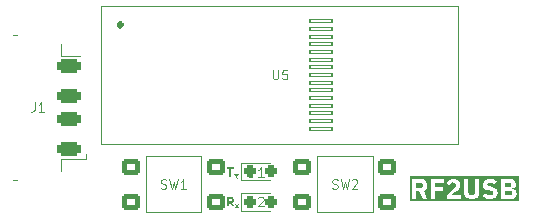
<source format=gto>
G04 #@! TF.GenerationSoftware,KiCad,Pcbnew,9.0.0*
G04 #@! TF.CreationDate,2025-04-06T23:20:39+02:00*
G04 #@! TF.ProjectId,RF-to-USB,52462d74-6f2d-4555-9342-2e6b69636164,rev?*
G04 #@! TF.SameCoordinates,Original*
G04 #@! TF.FileFunction,Legend,Top*
G04 #@! TF.FilePolarity,Positive*
%FSLAX46Y46*%
G04 Gerber Fmt 4.6, Leading zero omitted, Abs format (unit mm)*
G04 Created by KiCad (PCBNEW 9.0.0) date 2025-04-06 23:20:39*
%MOMM*%
%LPD*%
G01*
G04 APERTURE LIST*
G04 Aperture macros list*
%AMRoundRect*
0 Rectangle with rounded corners*
0 $1 Rounding radius*
0 $2 $3 $4 $5 $6 $7 $8 $9 X,Y pos of 4 corners*
0 Add a 4 corners polygon primitive as box body*
4,1,4,$2,$3,$4,$5,$6,$7,$8,$9,$2,$3,0*
0 Add four circle primitives for the rounded corners*
1,1,$1+$1,$2,$3*
1,1,$1+$1,$4,$5*
1,1,$1+$1,$6,$7*
1,1,$1+$1,$8,$9*
0 Add four rect primitives between the rounded corners*
20,1,$1+$1,$2,$3,$4,$5,0*
20,1,$1+$1,$4,$5,$6,$7,0*
20,1,$1+$1,$6,$7,$8,$9,0*
20,1,$1+$1,$8,$9,$2,$3,0*%
G04 Aperture macros list end*
%ADD10C,0.200000*%
%ADD11C,0.300000*%
%ADD12C,0.100000*%
%ADD13C,0.350000*%
%ADD14C,0.120000*%
%ADD15RoundRect,0.060000X-0.940000X-0.140000X0.940000X-0.140000X0.940000X0.140000X-0.940000X0.140000X0*%
%ADD16C,1.100000*%
%ADD17RoundRect,0.300000X0.700000X0.300000X-0.700000X0.300000X-0.700000X-0.300000X0.700000X-0.300000X0*%
%ADD18O,3.200000X1.300000*%
%ADD19RoundRect,0.210000X-0.590000X-0.490000X0.590000X-0.490000X0.590000X0.490000X-0.590000X0.490000X0*%
%ADD20RoundRect,0.237500X-0.287500X-0.237500X0.287500X-0.237500X0.287500X0.237500X-0.287500X0.237500X0*%
%ADD21R,5.080000X2.420000*%
G04 APERTURE END LIST*
D10*
G36*
X94421043Y-56075038D02*
G01*
X94466406Y-56088301D01*
X94507058Y-56110093D01*
X94540851Y-56139152D01*
X94567901Y-56174917D01*
X94588430Y-56217896D01*
X94600891Y-56265379D01*
X94605234Y-56319599D01*
X94601108Y-56371511D01*
X94589232Y-56417339D01*
X94569965Y-56458133D01*
X94542835Y-56493574D01*
X94507649Y-56522132D01*
X94463084Y-56544156D01*
X94616420Y-56852000D01*
X94427278Y-56852000D01*
X94290698Y-56564379D01*
X94168723Y-56564379D01*
X94168723Y-56852000D01*
X93998583Y-56852000D01*
X93998583Y-56420569D01*
X94168723Y-56420569D01*
X94347802Y-56420569D01*
X94382832Y-56415414D01*
X94407641Y-56401323D01*
X94419409Y-56387100D01*
X94426797Y-56368664D01*
X94429477Y-56344707D01*
X94429477Y-56296347D01*
X94426797Y-56272391D01*
X94419409Y-56253954D01*
X94407641Y-56239732D01*
X94382832Y-56225640D01*
X94347802Y-56220485D01*
X94168723Y-56220485D01*
X94168723Y-56420569D01*
X93998583Y-56420569D01*
X93998583Y-56070422D01*
X94369051Y-56070422D01*
X94421043Y-56075038D01*
G37*
G36*
X94679532Y-57031176D02*
G01*
X94803363Y-56840374D01*
X94680948Y-56656019D01*
X94801213Y-56656019D01*
X94871409Y-56773939D01*
X94874242Y-56773939D01*
X94942288Y-56656019D01*
X95053956Y-56656019D01*
X94929392Y-56843939D01*
X95054689Y-57031176D01*
X94934375Y-57031176D01*
X94862079Y-56909006D01*
X94859197Y-56909006D01*
X94789783Y-57031176D01*
X94679532Y-57031176D01*
G37*
G36*
X94374718Y-53720485D02*
G01*
X94374718Y-54352000D01*
X94204578Y-54352000D01*
X94204578Y-53720485D01*
X93993064Y-53720485D01*
X93993064Y-53570422D01*
X94586232Y-53570422D01*
X94586232Y-53720485D01*
X94374718Y-53720485D01*
G37*
G36*
X94629121Y-54531176D02*
G01*
X94752952Y-54340374D01*
X94630537Y-54156019D01*
X94750802Y-54156019D01*
X94820998Y-54273939D01*
X94823831Y-54273939D01*
X94891877Y-54156019D01*
X95003545Y-54156019D01*
X94878981Y-54343939D01*
X95004278Y-54531176D01*
X94883964Y-54531176D01*
X94811668Y-54409006D01*
X94808786Y-54409006D01*
X94739372Y-54531176D01*
X94629121Y-54531176D01*
G37*
D11*
G36*
X110499636Y-54879986D02*
G01*
X110552356Y-54909931D01*
X110577363Y-54940154D01*
X110593063Y-54979331D01*
X110598756Y-55030239D01*
X110598756Y-55133004D01*
X110593063Y-55183912D01*
X110577363Y-55223089D01*
X110552356Y-55253312D01*
X110499636Y-55283257D01*
X110425198Y-55294211D01*
X110044655Y-55294211D01*
X110044655Y-54869033D01*
X110425198Y-54869033D01*
X110499636Y-54879986D01*
G37*
G36*
X118083287Y-55537065D02*
G01*
X118130717Y-55565760D01*
X118161330Y-55611210D01*
X118172342Y-55675791D01*
X118172342Y-55756342D01*
X118161330Y-55820924D01*
X118130717Y-55866374D01*
X118083287Y-55895069D01*
X118017676Y-55905404D01*
X117601529Y-55905404D01*
X117601529Y-55526730D01*
X118017676Y-55526730D01*
X118083287Y-55537065D01*
G37*
G36*
X118025845Y-54866531D02*
G01*
X118072380Y-54896540D01*
X118102137Y-54943389D01*
X118112863Y-55009167D01*
X118112863Y-55080999D01*
X118102140Y-55146794D01*
X118072380Y-55193729D01*
X118025854Y-55223659D01*
X117960688Y-55234420D01*
X117601529Y-55234420D01*
X117601529Y-54855746D01*
X117960688Y-54855746D01*
X118025845Y-54866531D01*
G37*
G36*
X118736999Y-56426463D02*
G01*
X109494219Y-56426463D01*
X109494219Y-54869033D01*
X109683108Y-54869033D01*
X109683108Y-55294211D01*
X109683108Y-56211001D01*
X110044655Y-56211001D01*
X110044655Y-55599807D01*
X110303852Y-55599807D01*
X110594085Y-56211001D01*
X110996011Y-56211001D01*
X111285830Y-56211001D01*
X111647377Y-56211001D01*
X111647377Y-55526730D01*
X112277670Y-55526730D01*
X112277670Y-55207846D01*
X111647377Y-55207846D01*
X111647377Y-54949999D01*
X112594373Y-54949999D01*
X112905990Y-55068854D01*
X112939207Y-54979687D01*
X112963445Y-54940307D01*
X112992770Y-54905987D01*
X113027574Y-54877353D01*
X113068858Y-54854915D01*
X113115330Y-54840854D01*
X113172349Y-54835816D01*
X113251967Y-54847649D01*
X113289416Y-54862561D01*
X113322137Y-54883150D01*
X113349986Y-54909656D01*
X113372067Y-54942318D01*
X113386195Y-54979858D01*
X113391167Y-55025049D01*
X113391167Y-55058162D01*
X113387812Y-55109030D01*
X113378087Y-55155114D01*
X113361262Y-55199451D01*
X113335217Y-55246253D01*
X113302147Y-55291611D01*
X113257987Y-55340818D01*
X113141416Y-55448462D01*
X112630081Y-55885889D01*
X112630081Y-56211001D01*
X113805030Y-56211001D01*
X113805030Y-55912047D01*
X113020174Y-55912047D01*
X113329300Y-55670393D01*
X113498188Y-55530051D01*
X113498961Y-55529325D01*
X114094849Y-55529325D01*
X114104106Y-55705945D01*
X114129311Y-55846651D01*
X114158177Y-55933254D01*
X114195933Y-56006300D01*
X114242249Y-56067648D01*
X114298613Y-56119738D01*
X114365480Y-56162515D01*
X114444354Y-56196053D01*
X114575570Y-56226325D01*
X114746421Y-56237574D01*
X114917352Y-56226321D01*
X115048489Y-56196053D01*
X115127430Y-56162510D01*
X115194330Y-56119732D01*
X115250697Y-56067648D01*
X115297014Y-56006300D01*
X115316168Y-55969243D01*
X115662485Y-55969243D01*
X115738177Y-56042957D01*
X115824256Y-56107414D01*
X115921681Y-56162836D01*
X116025734Y-56202967D01*
X116148255Y-56228497D01*
X116292674Y-56237574D01*
X116442382Y-56227302D01*
X116568583Y-56198440D01*
X116682127Y-56150100D01*
X116771933Y-56087994D01*
X116844222Y-56009550D01*
X116896809Y-55916926D01*
X116928649Y-55813639D01*
X116939576Y-55698524D01*
X116930945Y-55591203D01*
X116906715Y-55501894D01*
X116868367Y-55427284D01*
X116815946Y-55364901D01*
X116751778Y-55314725D01*
X116669461Y-55271046D01*
X116565422Y-55234625D01*
X116435403Y-55206912D01*
X116271290Y-55180754D01*
X116175545Y-55156748D01*
X116120257Y-55126361D01*
X116095632Y-55097810D01*
X116079764Y-55058084D01*
X116073857Y-55003354D01*
X116080665Y-54955884D01*
X116100231Y-54917165D01*
X116133336Y-54885018D01*
X116175331Y-54863032D01*
X116233917Y-54848114D01*
X116314161Y-54842459D01*
X116398948Y-54847865D01*
X116469056Y-54862901D01*
X116526958Y-54886264D01*
X116605586Y-54936515D01*
X116670829Y-54998579D01*
X116812438Y-54855746D01*
X117239982Y-54855746D01*
X117239982Y-55234420D01*
X117239982Y-55526730D01*
X117239982Y-55905404D01*
X117239982Y-56211001D01*
X118120026Y-56211001D01*
X118209872Y-56201662D01*
X118291197Y-56174254D01*
X118364408Y-56130622D01*
X118426764Y-56073461D01*
X118477203Y-56004455D01*
X118515931Y-55922843D01*
X118539964Y-55834174D01*
X118548110Y-55739007D01*
X118538272Y-55637604D01*
X118511260Y-55558805D01*
X118469154Y-55491026D01*
X118419706Y-55439016D01*
X118362012Y-55398811D01*
X118299501Y-55371440D01*
X118234464Y-55355208D01*
X118174730Y-55350057D01*
X118174730Y-55335836D01*
X118237371Y-55328877D01*
X118294726Y-55313207D01*
X118347066Y-55287223D01*
X118392301Y-55249887D01*
X118429013Y-55202151D01*
X118458839Y-55140063D01*
X118477121Y-55069025D01*
X118483856Y-54977611D01*
X118476043Y-54882116D01*
X118453791Y-54800049D01*
X118418034Y-54729017D01*
X118368531Y-54667239D01*
X118307543Y-54617553D01*
X118235136Y-54581216D01*
X118149034Y-54558295D01*
X118046222Y-54550149D01*
X117239982Y-54550149D01*
X117239982Y-54855746D01*
X116812438Y-54855746D01*
X116911030Y-54756302D01*
X116838350Y-54686371D01*
X116756995Y-54628773D01*
X116666054Y-54582951D01*
X116569236Y-54550799D01*
X116459726Y-54530634D01*
X116335545Y-54523576D01*
X116192783Y-54533258D01*
X116072715Y-54560426D01*
X115964433Y-54605608D01*
X115877669Y-54663710D01*
X115807125Y-54736857D01*
X115755181Y-54822840D01*
X115723343Y-54919056D01*
X115712414Y-55027021D01*
X115720743Y-55130401D01*
X115744434Y-55219065D01*
X115782429Y-55295612D01*
X115834902Y-55361994D01*
X115899171Y-55415265D01*
X115982260Y-55460221D01*
X116088066Y-55496058D01*
X116221361Y-55521021D01*
X116385474Y-55542300D01*
X116461984Y-55558959D01*
X116510842Y-55580458D01*
X116540037Y-55605101D01*
X116568272Y-55655817D01*
X116578133Y-55719804D01*
X116570725Y-55776827D01*
X116549449Y-55824217D01*
X116513879Y-55864298D01*
X116467836Y-55892630D01*
X116403908Y-55911558D01*
X116316445Y-55918691D01*
X116197007Y-55906710D01*
X116089479Y-55871675D01*
X115991171Y-55813338D01*
X115900298Y-55729354D01*
X115662485Y-55969243D01*
X115316168Y-55969243D01*
X115334770Y-55933254D01*
X115363635Y-55846651D01*
X115388841Y-55705945D01*
X115398098Y-55529325D01*
X115398098Y-54550149D01*
X115046101Y-54550149D01*
X115046101Y-55568770D01*
X115037054Y-55684618D01*
X115013009Y-55769907D01*
X114977072Y-55831807D01*
X114924756Y-55877732D01*
X114850465Y-55907521D01*
X114746421Y-55918691D01*
X114642378Y-55907521D01*
X114568087Y-55877732D01*
X114515771Y-55831807D01*
X114479892Y-55769915D01*
X114455881Y-55684627D01*
X114446845Y-55568770D01*
X114446845Y-54550149D01*
X114094849Y-54550149D01*
X114094849Y-55529325D01*
X113498961Y-55529325D01*
X113574674Y-55458238D01*
X113639672Y-55383689D01*
X113694260Y-55303346D01*
X113736001Y-55218330D01*
X113762516Y-55126975D01*
X113771709Y-55023180D01*
X113762007Y-54919102D01*
X113733613Y-54824605D01*
X113686932Y-54739132D01*
X113623063Y-54666305D01*
X113543819Y-54607616D01*
X113445871Y-54561671D01*
X113336492Y-54533580D01*
X113205670Y-54523576D01*
X113081149Y-54532364D01*
X112974916Y-54557208D01*
X112878165Y-54597842D01*
X112797724Y-54649696D01*
X112728877Y-54713555D01*
X112672848Y-54786509D01*
X112628151Y-54866545D01*
X112594373Y-54949999D01*
X111647377Y-54949999D01*
X111647377Y-54869033D01*
X112386974Y-54869033D01*
X112386974Y-54550149D01*
X111285830Y-54550149D01*
X111285830Y-56211001D01*
X110996011Y-56211001D01*
X110670173Y-55556833D01*
X110764872Y-55510031D01*
X110839643Y-55449346D01*
X110897295Y-55374035D01*
X110938236Y-55287346D01*
X110963473Y-55189962D01*
X110972240Y-55079649D01*
X110963011Y-54964432D01*
X110936532Y-54863531D01*
X110892909Y-54772201D01*
X110835428Y-54696200D01*
X110763616Y-54634450D01*
X110677232Y-54588141D01*
X110580836Y-54559957D01*
X110470352Y-54550149D01*
X109683108Y-54550149D01*
X109683108Y-54869033D01*
X109494219Y-54869033D01*
X109494219Y-54334687D01*
X118736999Y-54334687D01*
X118736999Y-56426463D01*
G37*
D12*
X97890476Y-45314895D02*
X97890476Y-45962514D01*
X97890476Y-45962514D02*
X97928571Y-46038704D01*
X97928571Y-46038704D02*
X97966666Y-46076800D01*
X97966666Y-46076800D02*
X98042857Y-46114895D01*
X98042857Y-46114895D02*
X98195238Y-46114895D01*
X98195238Y-46114895D02*
X98271428Y-46076800D01*
X98271428Y-46076800D02*
X98309523Y-46038704D01*
X98309523Y-46038704D02*
X98347619Y-45962514D01*
X98347619Y-45962514D02*
X98347619Y-45314895D01*
X99109523Y-45314895D02*
X98728571Y-45314895D01*
X98728571Y-45314895D02*
X98690475Y-45695847D01*
X98690475Y-45695847D02*
X98728571Y-45657752D01*
X98728571Y-45657752D02*
X98804761Y-45619657D01*
X98804761Y-45619657D02*
X98995237Y-45619657D01*
X98995237Y-45619657D02*
X99071428Y-45657752D01*
X99071428Y-45657752D02*
X99109523Y-45695847D01*
X99109523Y-45695847D02*
X99147618Y-45772038D01*
X99147618Y-45772038D02*
X99147618Y-45962514D01*
X99147618Y-45962514D02*
X99109523Y-46038704D01*
X99109523Y-46038704D02*
X99071428Y-46076800D01*
X99071428Y-46076800D02*
X98995237Y-46114895D01*
X98995237Y-46114895D02*
X98804761Y-46114895D01*
X98804761Y-46114895D02*
X98728571Y-46076800D01*
X98728571Y-46076800D02*
X98690475Y-46038704D01*
X77733333Y-48064895D02*
X77733333Y-48636323D01*
X77733333Y-48636323D02*
X77695238Y-48750609D01*
X77695238Y-48750609D02*
X77619047Y-48826800D01*
X77619047Y-48826800D02*
X77504762Y-48864895D01*
X77504762Y-48864895D02*
X77428571Y-48864895D01*
X78533333Y-48864895D02*
X78076190Y-48864895D01*
X78304762Y-48864895D02*
X78304762Y-48064895D01*
X78304762Y-48064895D02*
X78228571Y-48179180D01*
X78228571Y-48179180D02*
X78152381Y-48255371D01*
X78152381Y-48255371D02*
X78076190Y-48293466D01*
X102933332Y-55326800D02*
X103047618Y-55364895D01*
X103047618Y-55364895D02*
X103238094Y-55364895D01*
X103238094Y-55364895D02*
X103314285Y-55326800D01*
X103314285Y-55326800D02*
X103352380Y-55288704D01*
X103352380Y-55288704D02*
X103390475Y-55212514D01*
X103390475Y-55212514D02*
X103390475Y-55136323D01*
X103390475Y-55136323D02*
X103352380Y-55060133D01*
X103352380Y-55060133D02*
X103314285Y-55022038D01*
X103314285Y-55022038D02*
X103238094Y-54983942D01*
X103238094Y-54983942D02*
X103085713Y-54945847D01*
X103085713Y-54945847D02*
X103009523Y-54907752D01*
X103009523Y-54907752D02*
X102971428Y-54869657D01*
X102971428Y-54869657D02*
X102933332Y-54793466D01*
X102933332Y-54793466D02*
X102933332Y-54717276D01*
X102933332Y-54717276D02*
X102971428Y-54641085D01*
X102971428Y-54641085D02*
X103009523Y-54602990D01*
X103009523Y-54602990D02*
X103085713Y-54564895D01*
X103085713Y-54564895D02*
X103276190Y-54564895D01*
X103276190Y-54564895D02*
X103390475Y-54602990D01*
X103657142Y-54564895D02*
X103847618Y-55364895D01*
X103847618Y-55364895D02*
X103999999Y-54793466D01*
X103999999Y-54793466D02*
X104152380Y-55364895D01*
X104152380Y-55364895D02*
X104342857Y-54564895D01*
X104609523Y-54641085D02*
X104647619Y-54602990D01*
X104647619Y-54602990D02*
X104723809Y-54564895D01*
X104723809Y-54564895D02*
X104914285Y-54564895D01*
X104914285Y-54564895D02*
X104990476Y-54602990D01*
X104990476Y-54602990D02*
X105028571Y-54641085D01*
X105028571Y-54641085D02*
X105066666Y-54717276D01*
X105066666Y-54717276D02*
X105066666Y-54793466D01*
X105066666Y-54793466D02*
X105028571Y-54907752D01*
X105028571Y-54907752D02*
X104571428Y-55364895D01*
X104571428Y-55364895D02*
X105066666Y-55364895D01*
X88433332Y-55326800D02*
X88547618Y-55364895D01*
X88547618Y-55364895D02*
X88738094Y-55364895D01*
X88738094Y-55364895D02*
X88814285Y-55326800D01*
X88814285Y-55326800D02*
X88852380Y-55288704D01*
X88852380Y-55288704D02*
X88890475Y-55212514D01*
X88890475Y-55212514D02*
X88890475Y-55136323D01*
X88890475Y-55136323D02*
X88852380Y-55060133D01*
X88852380Y-55060133D02*
X88814285Y-55022038D01*
X88814285Y-55022038D02*
X88738094Y-54983942D01*
X88738094Y-54983942D02*
X88585713Y-54945847D01*
X88585713Y-54945847D02*
X88509523Y-54907752D01*
X88509523Y-54907752D02*
X88471428Y-54869657D01*
X88471428Y-54869657D02*
X88433332Y-54793466D01*
X88433332Y-54793466D02*
X88433332Y-54717276D01*
X88433332Y-54717276D02*
X88471428Y-54641085D01*
X88471428Y-54641085D02*
X88509523Y-54602990D01*
X88509523Y-54602990D02*
X88585713Y-54564895D01*
X88585713Y-54564895D02*
X88776190Y-54564895D01*
X88776190Y-54564895D02*
X88890475Y-54602990D01*
X89157142Y-54564895D02*
X89347618Y-55364895D01*
X89347618Y-55364895D02*
X89499999Y-54793466D01*
X89499999Y-54793466D02*
X89652380Y-55364895D01*
X89652380Y-55364895D02*
X89842857Y-54564895D01*
X90566666Y-55364895D02*
X90109523Y-55364895D01*
X90338095Y-55364895D02*
X90338095Y-54564895D01*
X90338095Y-54564895D02*
X90261904Y-54679180D01*
X90261904Y-54679180D02*
X90185714Y-54755371D01*
X90185714Y-54755371D02*
X90109523Y-54793466D01*
X95909524Y-54364895D02*
X95909524Y-53564895D01*
X95909524Y-53564895D02*
X96100000Y-53564895D01*
X96100000Y-53564895D02*
X96214286Y-53602990D01*
X96214286Y-53602990D02*
X96290476Y-53679180D01*
X96290476Y-53679180D02*
X96328571Y-53755371D01*
X96328571Y-53755371D02*
X96366667Y-53907752D01*
X96366667Y-53907752D02*
X96366667Y-54022038D01*
X96366667Y-54022038D02*
X96328571Y-54174419D01*
X96328571Y-54174419D02*
X96290476Y-54250609D01*
X96290476Y-54250609D02*
X96214286Y-54326800D01*
X96214286Y-54326800D02*
X96100000Y-54364895D01*
X96100000Y-54364895D02*
X95909524Y-54364895D01*
X97128571Y-54364895D02*
X96671428Y-54364895D01*
X96900000Y-54364895D02*
X96900000Y-53564895D01*
X96900000Y-53564895D02*
X96823809Y-53679180D01*
X96823809Y-53679180D02*
X96747619Y-53755371D01*
X96747619Y-53755371D02*
X96671428Y-53793466D01*
X95909524Y-56864895D02*
X95909524Y-56064895D01*
X95909524Y-56064895D02*
X96100000Y-56064895D01*
X96100000Y-56064895D02*
X96214286Y-56102990D01*
X96214286Y-56102990D02*
X96290476Y-56179180D01*
X96290476Y-56179180D02*
X96328571Y-56255371D01*
X96328571Y-56255371D02*
X96366667Y-56407752D01*
X96366667Y-56407752D02*
X96366667Y-56522038D01*
X96366667Y-56522038D02*
X96328571Y-56674419D01*
X96328571Y-56674419D02*
X96290476Y-56750609D01*
X96290476Y-56750609D02*
X96214286Y-56826800D01*
X96214286Y-56826800D02*
X96100000Y-56864895D01*
X96100000Y-56864895D02*
X95909524Y-56864895D01*
X96671428Y-56141085D02*
X96709524Y-56102990D01*
X96709524Y-56102990D02*
X96785714Y-56064895D01*
X96785714Y-56064895D02*
X96976190Y-56064895D01*
X96976190Y-56064895D02*
X97052381Y-56102990D01*
X97052381Y-56102990D02*
X97090476Y-56141085D01*
X97090476Y-56141085D02*
X97128571Y-56217276D01*
X97128571Y-56217276D02*
X97128571Y-56293466D01*
X97128571Y-56293466D02*
X97090476Y-56407752D01*
X97090476Y-56407752D02*
X96633333Y-56864895D01*
X96633333Y-56864895D02*
X97128571Y-56864895D01*
X83390000Y-39890000D02*
X113610000Y-39890000D01*
X113610000Y-51610000D01*
X83390000Y-51610000D01*
X83390000Y-39890000D01*
D13*
X85175000Y-41500000D02*
G75*
G02*
X84825000Y-41500000I-175000J0D01*
G01*
X84825000Y-41500000D02*
G75*
G02*
X85175000Y-41500000I175000J0D01*
G01*
D14*
X76215000Y-42390000D02*
X75945000Y-42390000D01*
X76215000Y-54610000D02*
X75945000Y-54610000D01*
X80000000Y-44140000D02*
X80000000Y-43100000D01*
X80000000Y-53900000D02*
X80000000Y-52860000D01*
X81620000Y-44140000D02*
X80000000Y-44140000D01*
X82100000Y-52860000D02*
X80000000Y-52860000D01*
X82100000Y-52860000D02*
X82100000Y-52400000D01*
D12*
X101640000Y-52640000D02*
X106360000Y-52640000D01*
X106360000Y-57360000D01*
X101640000Y-57360000D01*
X101640000Y-52640000D01*
X87140000Y-52640000D02*
X91860000Y-52640000D01*
X91860000Y-57360000D01*
X87140000Y-57360000D01*
X87140000Y-52640000D01*
D14*
X95215000Y-53175000D02*
X95215000Y-54645000D01*
X95215000Y-54645000D02*
X97675000Y-54645000D01*
X97675000Y-53175000D02*
X95215000Y-53175000D01*
X95215000Y-55765000D02*
X95215000Y-57235000D01*
X95215000Y-57235000D02*
X97675000Y-57235000D01*
X97675000Y-55765000D02*
X95215000Y-55765000D01*
%LPC*%
D15*
X102000000Y-50300000D03*
X102000000Y-49650000D03*
X102000000Y-49000000D03*
X102000000Y-48350000D03*
X102000000Y-47700000D03*
X102000000Y-47050000D03*
X102000000Y-46400000D03*
X102000000Y-45750000D03*
X102000000Y-45100000D03*
X102000000Y-44450000D03*
X102000000Y-43800000D03*
X102000000Y-43150000D03*
X102000000Y-42500000D03*
X102000000Y-41850000D03*
X102000000Y-41200000D03*
D16*
X78075000Y-50750000D03*
X78075000Y-46250000D03*
D17*
X80675000Y-52000000D03*
X80675000Y-49500000D03*
X80675000Y-47500000D03*
X80675000Y-45000000D03*
D18*
X78075000Y-54350000D03*
X78075000Y-42650000D03*
D19*
X100400000Y-56500000D03*
X107600000Y-56500000D03*
X100400000Y-53500000D03*
X107600000Y-53500000D03*
X85900000Y-56500000D03*
X93100000Y-56500000D03*
X85900000Y-53500000D03*
X93100000Y-53500000D03*
D20*
X96000000Y-53910000D03*
X97750000Y-53910000D03*
X96000000Y-56500000D03*
X97750000Y-56500000D03*
D21*
X122430000Y-52880000D03*
X122430000Y-44120000D03*
%LPD*%
M02*

</source>
